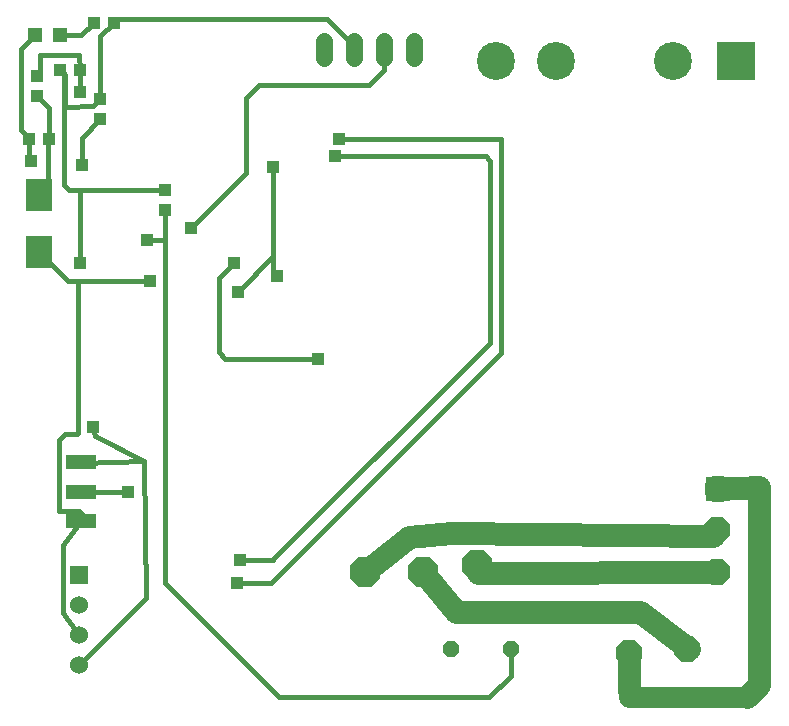
<source format=gbl>
G75*
%MOIN*%
%OFA0B0*%
%FSLAX25Y25*%
%IPPOS*%
%LPD*%
%AMOC8*
5,1,8,0,0,1.08239X$1,22.5*
%
%ADD10R,0.12661X0.12661*%
%ADD11C,0.12661*%
%ADD12R,0.08000X0.08000*%
%ADD13C,0.08000*%
%ADD14R,0.08500X0.11000*%
%ADD15R,0.04724X0.04724*%
%ADD16R,0.03937X0.04331*%
%ADD17R,0.04331X0.03937*%
%ADD18R,0.09843X0.04724*%
%ADD19R,0.06000X0.06000*%
%ADD20C,0.06000*%
%ADD21OC8,0.10050*%
%ADD22OC8,0.05600*%
%ADD23C,0.05600*%
%ADD24OC8,0.08500*%
%ADD25C,0.07600*%
%ADD26R,0.03962X0.03962*%
%ADD27C,0.01600*%
%ADD28R,0.04000X0.04000*%
%ADD29C,0.07000*%
D10*
X0249081Y0327223D03*
D11*
X0228081Y0327223D03*
X0189081Y0327223D03*
X0169081Y0327223D03*
D12*
X0243105Y0184654D03*
D13*
X0243105Y0170874D03*
X0243105Y0157095D03*
D14*
X0016811Y0263773D03*
X0016811Y0282773D03*
D15*
X0015453Y0335978D03*
X0023720Y0335978D03*
D16*
X0016242Y0322346D03*
X0016242Y0315653D03*
X0037144Y0314497D03*
X0037144Y0307804D03*
X0058850Y0284372D03*
X0058850Y0277679D03*
D17*
X0030464Y0324352D03*
X0023771Y0324352D03*
X0035018Y0340039D03*
X0041711Y0340039D03*
X0020236Y0301303D03*
X0013543Y0301303D03*
D18*
X0030841Y0193540D03*
X0030841Y0183697D03*
X0030841Y0173855D03*
D19*
X0030161Y0156099D03*
D20*
X0030161Y0126099D03*
X0030161Y0136099D03*
X0030161Y0146099D03*
D21*
X0125448Y0156839D03*
X0144904Y0156906D03*
X0162851Y0159160D03*
D22*
X0154119Y0131226D03*
X0174069Y0131223D03*
X0213312Y0130689D03*
X0232295Y0130573D03*
D23*
X0141863Y0328400D02*
X0141863Y0334000D01*
X0131863Y0334000D02*
X0131863Y0328400D01*
X0121863Y0328400D02*
X0121863Y0334000D01*
X0111863Y0334000D02*
X0111863Y0328400D01*
D24*
X0125442Y0156876D03*
X0144896Y0156872D03*
X0162863Y0159200D03*
X0213410Y0130094D03*
X0232863Y0131200D03*
X0242843Y0156924D03*
X0242726Y0170903D03*
X0243115Y0184606D03*
D25*
X0256863Y0185200D01*
X0256863Y0119200D01*
X0252863Y0115200D01*
X0233393Y0131348D02*
X0232863Y0131200D01*
X0233393Y0131348D02*
X0217016Y0143606D01*
X0155792Y0143764D01*
X0144896Y0156872D01*
X0139976Y0168707D02*
X0125448Y0156839D01*
X0139976Y0168707D02*
X0154189Y0169808D01*
X0241353Y0169122D01*
X0243105Y0170874D01*
X0242843Y0156924D02*
X0163147Y0156615D01*
X0162863Y0159200D01*
X0213410Y0130094D02*
X0213410Y0121071D01*
X0213410Y0117200D01*
D26*
X0096088Y0255500D03*
X0067374Y0271652D03*
X0052688Y0267585D03*
X0030300Y0260125D03*
X0031026Y0292782D03*
X0094900Y0291815D03*
X0116645Y0301232D03*
X0034845Y0205419D03*
X0082863Y0153200D03*
D27*
X0094003Y0153200D01*
X0170863Y0230060D01*
X0170863Y0301200D01*
X0116645Y0301232D01*
X0115372Y0295524D02*
X0165678Y0295524D01*
X0167186Y0294017D01*
X0167186Y0290831D01*
X0167133Y0290778D01*
X0167133Y0233368D01*
X0094950Y0161186D01*
X0094950Y0160939D01*
X0094812Y0160801D01*
X0083637Y0160801D01*
X0058863Y0153200D02*
X0058863Y0267579D01*
X0052695Y0267579D01*
X0052688Y0267585D01*
X0058863Y0267579D02*
X0058863Y0269854D01*
X0058850Y0277679D01*
X0058850Y0284372D02*
X0047943Y0284204D01*
X0030457Y0284323D01*
X0030300Y0281636D01*
X0030300Y0260125D01*
X0029729Y0254084D02*
X0029729Y0203326D01*
X0029312Y0202908D01*
X0025492Y0202908D01*
X0023626Y0201043D01*
X0023626Y0177304D01*
X0030069Y0177304D01*
X0033518Y0173855D01*
X0030841Y0173855D01*
X0024863Y0165878D01*
X0024863Y0143200D01*
X0029965Y0136099D01*
X0030161Y0136099D01*
X0030161Y0126099D02*
X0052524Y0148461D01*
X0051693Y0194028D01*
X0031180Y0193200D01*
X0030841Y0193540D01*
X0030841Y0183697D02*
X0046575Y0183697D01*
X0046626Y0183749D01*
X0051693Y0194028D02*
X0035353Y0202336D01*
X0034845Y0205419D01*
X0029729Y0254084D02*
X0026501Y0254084D01*
X0016811Y0263773D01*
X0029729Y0254084D02*
X0053790Y0254084D01*
X0067374Y0271652D02*
X0085853Y0290130D01*
X0085853Y0314887D01*
X0090165Y0319200D01*
X0126863Y0319200D01*
X0131863Y0324200D01*
X0131863Y0331200D01*
X0121863Y0331200D02*
X0121863Y0332200D01*
X0112863Y0341200D01*
X0042872Y0341200D01*
X0041711Y0340039D01*
X0037144Y0335471D01*
X0037144Y0314497D01*
X0034808Y0312162D01*
X0025400Y0312130D01*
X0025400Y0322789D01*
X0025156Y0323033D01*
X0025156Y0294114D01*
X0025079Y0294037D01*
X0025079Y0286016D01*
X0026746Y0284349D01*
X0030070Y0284326D01*
X0030457Y0284323D01*
X0031026Y0292782D02*
X0031026Y0301687D01*
X0037144Y0307804D01*
X0030467Y0316811D02*
X0030464Y0324352D01*
X0030119Y0329224D01*
X0029825Y0329289D01*
X0016972Y0329404D01*
X0016972Y0323076D01*
X0016242Y0322346D01*
X0016242Y0315653D02*
X0020236Y0311659D01*
X0020236Y0301303D01*
X0019899Y0300966D01*
X0019899Y0284174D01*
X0018498Y0282773D01*
X0016811Y0282773D01*
X0014265Y0293896D02*
X0013543Y0294618D01*
X0013543Y0301303D01*
X0010933Y0304151D01*
X0010863Y0331389D01*
X0015453Y0335978D01*
X0023720Y0335978D02*
X0030958Y0335978D01*
X0035018Y0340039D01*
X0023771Y0324352D02*
X0024985Y0323205D01*
X0025156Y0323033D01*
X0081802Y0260087D02*
X0076635Y0254919D01*
X0076635Y0230267D01*
X0078822Y0228080D01*
X0109825Y0228080D01*
X0096088Y0255500D02*
X0094900Y0256238D01*
X0094900Y0262198D01*
X0083023Y0250320D01*
X0094900Y0262198D02*
X0094900Y0291815D01*
X0058863Y0153200D02*
X0096863Y0115200D01*
X0166863Y0115200D01*
X0174069Y0122406D01*
X0174069Y0131223D01*
D28*
X0109825Y0228080D03*
X0083023Y0250320D03*
X0081802Y0260087D03*
X0053790Y0254084D03*
X0014265Y0293896D03*
X0030467Y0316811D03*
X0115372Y0295524D03*
X0046626Y0183749D03*
X0083637Y0160801D03*
D29*
X0213410Y0121071D02*
X0213410Y0115200D01*
X0252863Y0115200D01*
M02*

</source>
